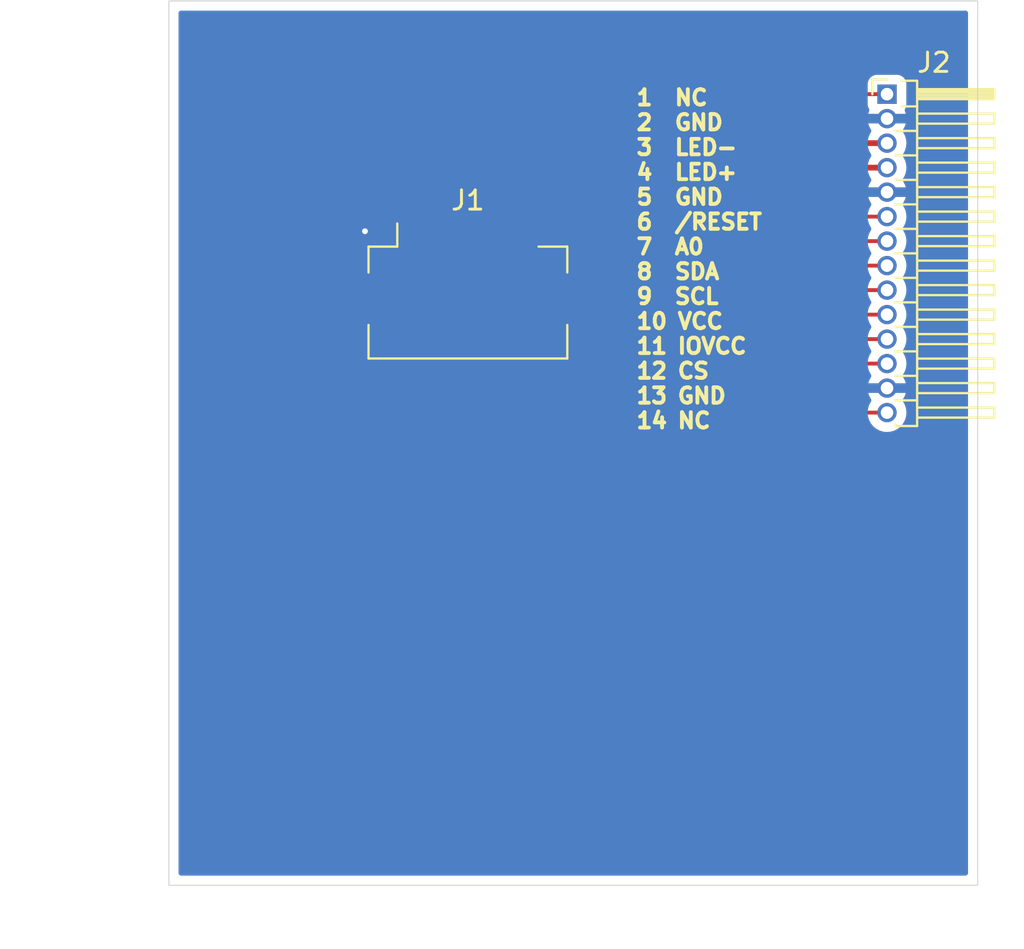
<source format=kicad_pcb>
(kicad_pcb (version 20240108) (generator "pcbnew") (generator_version "8.0")
  (layers (0 "F.Cu" signal) (31 "B.Cu" signal) (34 "B.Paste" user) (35 "F.Paste" user) (36 "B.SilkS" user "B.Silkscreen") (37 "F.SilkS" user "F.Silkscreen") (38 "B.Mask" user) (39 "F.Mask" user) (44 "Edge.Cuts" user))
  (net 0 "")
  (net 1 "/SDA")
  (net 2 "/GND")
  (net 3 "/SCL")
  (net 4 "/CS")
  (net 5 "/{slash}RES")
  (net 6 "/A0")
  (net 7 "/NC.")
  (net 8 "/NC")
  (net 9 "/VCC")
  (net 10 "/LED-")
  (net 11 "/LED+")
  (net 12 "/IOVCC")
  (footprint "Connector_FFC-FPC:Hirose_FH12-14S-0.5SH_1x14-1MP_P0.50mm_Horizontal" (layer "F.Cu") (at 142.494 74.996)
    (property "Reference" "J1" (at 0 -3.7 0) (layer "F.SilkS"))
    (property "Value" "Conn_01x14")
    (fp_line (start -5.15 -1.3) (end -5.15 0.04) (stroke (width 0.12)) (layer "F.SilkS"))
    (fp_line (start -5.15 2.76) (end -5.15 4.5) (stroke (width 0.12)) (layer "F.SilkS"))
    (fp_line (start -5.15 4.5) (end 5.15 4.5) (stroke (width 0.12)) (layer "F.SilkS"))
    (fp_line (start -3.66 -1.3) (end -5.15 -1.3) (stroke (width 0.12)) (layer "F.SilkS"))
    (fp_line (start -3.66 -1.3) (end -3.66 -2.5) (stroke (width 0.12)) (layer "F.SilkS"))
    (fp_line (start 3.66 -1.3) (end 5.15 -1.3) (stroke (width 0.12)) (layer "F.SilkS"))
    (fp_line (start 5.15 -1.3) (end 5.15 0.04) (stroke (width 0.12)) (layer "F.SilkS"))
    (fp_line (start 5.15 4.5) (end 5.15 2.76) (stroke (width 0.12)) (layer "F.SilkS"))
    (pad "1" smd rect (at -3.25 -1.85) (size 0.3 1.3) (layers "F.Cu" "F.Paste" "F.Mask") (net 8 "/NC"))
    (pad "2" smd rect (at -2.75 -1.85) (size 0.3 1.3) (layers "F.Cu" "F.Paste" "F.Mask") (net 2 "/GND"))
    (pad "3" smd rect (at -2.25 -1.85) (size 0.3 1.3) (layers "F.Cu" "F.Paste" "F.Mask") (net 10 "/LED-"))
    (pad "4" smd rect (at -1.75 -1.85) (size 0.3 1.3) (layers "F.Cu" "F.Paste" "F.Mask") (net 11 "/LED+"))
    (pad "5" smd rect (at -1.25 -1.85) (size 0.3 1.3) (layers "F.Cu" "F.Paste" "F.Mask") (net 2 "/GND"))
    (pad "6" smd rect (at -0.75 -1.85) (size 0.3 1.3) (layers "F.Cu" "F.Paste" "F.Mask") (net 5 "/{slash}RES"))
    (pad "7" smd rect (at -0.25 -1.85) (size 0.3 1.3) (layers "F.Cu" "F.Paste" "F.Mask") (net 6 "/A0"))
    (pad "8" smd rect (at 0.25 -1.85) (size 0.3 1.3) (layers "F.Cu" "F.Paste" "F.Mask") (net 1 "/SDA"))
    (pad "9" smd rect (at 0.75 -1.85) (size 0.3 1.3) (layers "F.Cu" "F.Paste" "F.Mask") (net 3 "/SCL"))
    (pad "10" smd rect (at 1.25 -1.85) (size 0.3 1.3) (layers "F.Cu" "F.Paste" "F.Mask") (net 9 "/VCC"))
    (pad "11" smd rect (at 1.75 -1.85) (size 0.3 1.3) (layers "F.Cu" "F.Paste" "F.Mask") (net 12 "/IOVCC"))
    (pad "12" smd rect (at 2.25 -1.85) (size 0.3 1.3) (layers "F.Cu" "F.Paste" "F.Mask") (net 4 "/CS"))
    (pad "13" smd rect (at 2.75 -1.85) (size 0.3 1.3) (layers "F.Cu" "F.Paste" "F.Mask") (net 2 "/GND"))
    (pad "14" smd rect (at 3.25 -1.85) (size 0.3 1.3) (layers "F.Cu" "F.Paste" "F.Mask") (net 7 "/NC."))
    (pad "MP" smd rect (at -5.15 1.4) (size 1.8 2.2) (layers "F.Cu" "F.Paste" "F.Mask"))
    (pad "MP" smd rect (at 5.15 1.4) (size 1.8 2.2) (layers "F.Cu" "F.Paste" "F.Mask"))
  )
  (footprint "Connector_PinHeader_1.27mm:PinHeader_1x14_P1.27mm_Horizontal" (layer "F.Cu") (at 164.211 65.791)
    (property "Reference" "J2" (at 2.4325 -1.635 0) (layer "F.SilkS"))
    (property "Value" "Conn_01x14")
    (fp_line (start -0.76 -0.76) (end 0 -0.76) (stroke (width 0.12)) (layer "F.SilkS"))
    (fp_line (start -0.76 0) (end -0.76 -0.76) (stroke (width 0.12)) (layer "F.SilkS"))
    (fp_line (start 0.44 1.889677) (end 0.44 1.920323) (stroke (width 0.12)) (layer "F.SilkS"))
    (fp_line (start 0.44 1.905) (end 1.56 1.905) (stroke (width 0.12)) (layer "F.SilkS"))
    (fp_line (start 0.44 3.159677) (end 0.44 3.190323) (stroke (width 0.12)) (layer "F.SilkS"))
    (fp_line (start 0.44 3.175) (end 1.56 3.175) (stroke (width 0.12)) (layer "F.SilkS"))
    (fp_line (start 0.44 4.429677) (end 0.44 4.460323) (stroke (width 0.12)) (layer "F.SilkS"))
    (fp_line (start 0.44 4.445) (end 1.56 4.445) (stroke (width 0.12)) (layer "F.SilkS"))
    (fp_line (start 0.44 5.699677) (end 0.44 5.730323) (stroke (width 0.12)) (layer "F.SilkS"))
    (fp_line (start 0.44 5.715) (end 1.56 5.715) (stroke (width 0.12)) (layer "F.SilkS"))
    (fp_line (start 0.44 6.969677) (end 0.44 7.000323) (stroke (width 0.12)) (layer "F.SilkS"))
    (fp_line (start 0.44 6.985) (end 1.56 6.985) (stroke (width 0.12)) (layer "F.SilkS"))
    (fp_line (start 0.44 8.239677) (end 0.44 8.270323) (stroke (width 0.12)) (layer "F.SilkS"))
    (fp_line (start 0.44 8.255) (end 1.56 8.255) (stroke (width 0.12)) (layer "F.SilkS"))
    (fp_line (start 0.44 9.509677) (end 0.44 9.540323) (stroke (width 0.12)) (layer "F.SilkS"))
    (fp_line (start 0.44 9.525) (end 1.56 9.525) (stroke (width 0.12)) (layer "F.SilkS"))
    (fp_line (start 0.44 10.779677) (end 0.44 10.810323) (stroke (width 0.12)) (layer "F.SilkS"))
    (fp_line (start 0.44 10.795) (end 1.56 10.795) (stroke (width 0.12)) (layer "F.SilkS"))
    (fp_line (start 0.44 12.049677) (end 0.44 12.080323) (stroke (width 0.12)) (layer "F.SilkS"))
    (fp_line (start 0.44 12.065) (end 1.56 12.065) (stroke (width 0.12)) (layer "F.SilkS"))
    (fp_line (start 0.44 13.319677) (end 0.44 13.350323) (stroke (width 0.12)) (layer "F.SilkS"))
    (fp_line (start 0.44 13.335) (end 1.56 13.335) (stroke (width 0.12)) (layer "F.SilkS"))
    (fp_line (start 0.44 14.589677) (end 0.44 14.620323) (stroke (width 0.12)) (layer "F.SilkS"))
    (fp_line (start 0.44 14.605) (end 1.56 14.605) (stroke (width 0.12)) (layer "F.SilkS"))
    (fp_line (start 0.44 15.859677) (end 0.44 15.890323) (stroke (width 0.12)) (layer "F.SilkS"))
    (fp_line (start 0.44 15.875) (end 1.56 15.875) (stroke (width 0.12)) (layer "F.SilkS"))
    (fp_line (start 0.44 17.205) (end 0.44 17.129677) (stroke (width 0.12)) (layer "F.SilkS"))
    (fp_line (start 0.76 -0.695) (end 1.56 -0.695) (stroke (width 0.12)) (layer "F.SilkS"))
    (fp_line (start 0.76 0.635) (end 1.56 0.635) (stroke (width 0.12)) (layer "F.SilkS"))
    (fp_line (start 1.56 -0.695) (end 1.56 17.205) (stroke (width 0.12)) (layer "F.SilkS"))
    (fp_line (start 1.56 -0.26) (end 5.56 -0.26) (stroke (width 0.12)) (layer "F.SilkS"))
    (fp_line (start 1.56 -0.2) (end 5.56 -0.2) (stroke (width 0.12)) (layer "F.SilkS"))
    (fp_line (start 1.56 -0.08) (end 5.56 -0.08) (stroke (width 0.12)) (layer "F.SilkS"))
    (fp_line (start 1.56 0.04) (end 5.56 0.04) (stroke (width 0.12)) (layer "F.SilkS"))
    (fp_line (start 1.56 0.16) (end 5.56 0.16) (stroke (width 0.12)) (layer "F.SilkS"))
    (fp_line (start 1.56 1.01) (end 5.56 1.01) (stroke (width 0.12)) (layer "F.SilkS"))
    (fp_line (start 1.56 2.28) (end 5.56 2.28) (stroke (width 0.12)) (layer "F.SilkS"))
    (fp_line (start 1.56 3.55) (end 5.56 3.55) (stroke (width 0.12)) (layer "F.SilkS"))
    (fp_line (start 1.56 4.82) (end 5.56 4.82) (stroke (width 0.12)) (layer "F.SilkS"))
    (fp_line (start 1.56 6.09) (end 5.56 6.09) (stroke (width 0.12)) (layer "F.SilkS"))
    (fp_line (start 1.56 7.36) (end 5.56 7.36) (stroke (width 0.12)) (layer "F.SilkS"))
    (fp_line (start 1.56 8.63) (end 5.56 8.63) (stroke (width 0.12)) (layer "F.SilkS"))
    (fp_line (start 1.56 9.9) (end 5.56 9.9) (stroke (width 0.12)) (layer "F.SilkS"))
    (fp_line (start 1.56 11.17) (end 5.56 11.17) (stroke (width 0.12)) (layer "F.SilkS"))
    (fp_line (start 1.56 12.44) (end 5.56 12.44) (stroke (width 0.12)) (layer "F.SilkS"))
    (fp_line (start 1.56 13.71) (end 5.56 13.71) (stroke (width 0.12)) (layer "F.SilkS"))
    (fp_line (start 1.56 14.98) (end 5.56 14.98) (stroke (width 0.12)) (layer "F.SilkS"))
    (fp_line (start 1.56 16.25) (end 5.56 16.25) (stroke (width 0.12)) (layer "F.SilkS"))
    (fp_line (start 1.56 17.205) (end 0.44 17.205) (stroke (width 0.12)) (layer "F.SilkS"))
    (fp_line (start 5.56 -0.26) (end 5.56 0.26) (stroke (width 0.12)) (layer "F.SilkS"))
    (fp_line (start 5.56 0.26) (end 1.56 0.26) (stroke (width 0.12)) (layer "F.SilkS"))
    (fp_line (start 5.56 1.01) (end 5.56 1.53) (stroke (width 0.12)) (layer "F.SilkS"))
    (fp_line (start 5.56 1.53) (end 1.56 1.53) (stroke (width 0.12)) (layer "F.SilkS"))
    (fp_line (start 5.56 2.28) (end 5.56 2.8) (stroke (width 0.12)) (layer "F.SilkS"))
    (fp_line (start 5.56 2.8) (end 1.56 2.8) (stroke (width 0.12)) (layer "F.SilkS"))
    (fp_line (start 5.56 3.55) (end 5.56 4.07) (stroke (width 0.12)) (layer "F.SilkS"))
    (fp_line (start 5.56 4.07) (end 1.56 4.07) (stroke (width 0.12)) (layer "F.SilkS"))
    (fp_line (start 5.56 4.82) (end 5.56 5.34) (stroke (width 0.12)) (layer "F.SilkS"))
    (fp_line (start 5.56 5.34) (end 1.56 5.34) (stroke (width 0.12)) (layer "F.SilkS"))
    (fp_line (start 5.56 6.09) (end 5.56 6.61) (stroke (width 0.12)) (layer "F.SilkS"))
    (fp_line (start 5.56 6.61) (end 1.56 6.61) (stroke (width 0.12)) (layer "F.SilkS"))
    (fp_line (start 5.56 7.36) (end 5.56 7.88) (stroke (width 0.12)) (layer "F.SilkS"))
    (fp_line (start 5.56 7.88) (end 1.56 7.88) (stroke (width 0.12)) (layer "F.SilkS"))
    (fp_line (start 5.56 8.63) (end 5.56 9.15) (stroke (width 0.12)) (layer "F.SilkS"))
    (fp_line (start 5.56 9.15) (end 1.56 9.15) (stroke (width 0.12)) (layer "F.SilkS"))
    (fp_line (start 5.56 9.9) (end 5.56 10.42) (stroke (width 0.12)) (layer "F.SilkS"))
    (fp_line (start 5.56 10.42) (end 1.56 10.42) (stroke (width 0.12)) (layer "F.SilkS"))
    (fp_line (start 5.56 11.17) (end 5.56 11.69) (stroke (width 0.12)) (layer "F.SilkS"))
    (fp_line (start 5.56 11.69) (end 1.56 11.69) (stroke (width 0.12)) (layer "F.SilkS"))
    (fp_line (start 5.56 12.44) (end 5.56 12.96) (stroke (width 0.12)) (layer "F.SilkS"))
    (fp_line (start 5.56 12.96) (end 1.56 12.96) (stroke (width 0.12)) (layer "F.SilkS"))
    (fp_line (start 5.56 13.71) (end 5.56 14.23) (stroke (width 0.12)) (layer "F.SilkS"))
    (fp_line (start 5.56 14.23) (end 1.56 14.23) (stroke (width 0.12)) (layer "F.SilkS"))
    (fp_line (start 5.56 14.98) (end 5.56 15.5) (stroke (width 0.12)) (layer "F.SilkS"))
    (fp_line (start 5.56 15.5) (end 1.56 15.5) (stroke (width 0.12)) (layer "F.SilkS"))
    (fp_line (start 5.56 16.25) (end 5.56 16.77) (stroke (width 0.12)) (layer "F.SilkS"))
    (fp_line (start 5.56 16.77) (end 1.56 16.77) (stroke (width 0.12)) (layer "F.SilkS"))
    (pad "1" thru_hole rect (at 0 0) (size 1 1) (drill 0.65) (layers "*.Cu" "*.Mask") (net 8 "/NC"))
    (pad "2" thru_hole oval (at 0 1.27) (size 1 1) (drill 0.65) (layers "*.Cu" "*.Mask") (net 2 "/GND"))
    (pad "3" thru_hole oval (at 0 2.54) (size 1 1) (drill 0.65) (layers "*.Cu" "*.Mask") (net 10 "/LED-"))
    (pad "4" thru_hole oval (at 0 3.81) (size 1 1) (drill 0.65) (layers "*.Cu" "*.Mask") (net 11 "/LED+"))
    (pad "5" thru_hole oval (at 0 5.08) (size 1 1) (drill 0.65) (layers "*.Cu" "*.Mask") (net 2 "/GND"))
    (pad "6" thru_hole oval (at 0 6.35) (size 1 1) (drill 0.65) (layers "*.Cu" "*.Mask") (net 5 "/{slash}RES"))
    (pad "7" thru_hole oval (at 0 7.62) (size 1 1) (drill 0.65) (layers "*.Cu" "*.Mask") (net 6 "/A0"))
    (pad "8" thru_hole oval (at 0 8.89) (size 1 1) (drill 0.65) (layers "*.Cu" "*.Mask") (net 1 "/SDA"))
    (pad "9" thru_hole oval (at 0 10.16) (size 1 1) (drill 0.65) (layers "*.Cu" "*.Mask") (net 3 "/SCL"))
    (pad "10" thru_hole oval (at 0 11.43) (size 1 1) (drill 0.65) (layers "*.Cu" "*.Mask") (net 9 "/VCC"))
    (pad "11" thru_hole oval (at 0 12.7) (size 1 1) (drill 0.65) (layers "*.Cu" "*.Mask") (net 12 "/IOVCC"))
    (pad "12" thru_hole oval (at 0 13.97) (size 1 1) (drill 0.65) (layers "*.Cu" "*.Mask") (net 4 "/CS"))
    (pad "13" thru_hole oval (at 0 15.24) (size 1 1) (drill 0.65) (layers "*.Cu" "*.Mask") (net 2 "/GND"))
    (pad "14" thru_hole oval (at 0 16.51) (size 1 1) (drill 0.65) (layers "*.Cu" "*.Mask") (net 7 "/NC."))
  )
  (gr_rect (start 127 60.96) (end 168.91 106.807) (stroke (width 0.05)) (fill none) (layer "Edge.Cuts"))
  (gr_text "1  NC\n2  GND\n3  LED-\n4  LED+\n5  GND\n6  /RESET\n7  A0\n8  SDA\n9  SCL\n10 VCC\n11 IOVCC\n12 CS\n13 GND\n14 NC" (at 151.13 83.185 0) (layer "F.SilkS") (effects (font (size 0.8 0.8) (thickness 0.2) (bold yes)) (justify left bottom)))
  (segment (start 164.211 74.681) (end 156.723 74.681) (width 0.2) (layer "F.Cu") (net 1))
  (segment (start 151.384 69.342) (end 144.826058 69.342) (width 0.2) (layer "F.Cu") (net 1))
  (segment (start 156.723 74.681) (end 151.384 69.342) (width 0.2) (layer "F.Cu") (net 1))
  (segment (start 144.826058 69.342) (end 142.744 71.424058) (width 0.2) (layer "F.Cu") (net 1))
  (segment (start 142.744 71.424058) (end 142.744 73.146) (width 0.2) (layer "F.Cu") (net 1))
  (segment (start 141.244 74.315) (end 141.351 74.422) (width 0.2) (layer "F.Cu") (net 2))
  (segment (start 139.7 74.422) (end 138.684 74.422) (width 0.3) (layer "F.Cu") (net 2))
  (segment (start 139.7 74.422) (end 141.351 74.422) (width 0.3) (layer "F.Cu") (net 2))
  (segment (start 141.351 74.422) (end 145.034 74.422) (width 0.3) (layer "F.Cu") (net 2))
  (segment (start 164.211 70.871) (end 155.199 70.871) (width 0.2) (layer "F.Cu") (net 2))
  (segment (start 159.136 81.031) (end 149.987 71.882) (width 0.3) (layer "F.Cu") (net 2))
  (segment (start 155.199 70.871) (end 152.146 67.818) (width 0.2) (layer "F.Cu") (net 2))
  (segment (start 144.653 67.818) (end 141.244 71.227) (width 0.2) (layer "F.Cu") (net 2))
  (segment (start 145.244 72.146) (end 145.244 73.146) (width 0.3) (layer "F.Cu") (net 2))
  (segment (start 149.987 71.882) (end 145.508 71.882) (width 0.3) (layer "F.Cu") (net 2))
  (segment (start 139.744 73.146) (end 139.744 74.378) (width 0.3) (layer "F.Cu") (net 2))
  (segment (start 139.744 74.378) (end 139.7 74.422) (width 0.3) (layer "F.Cu") (net 2))
  (segment (start 164.211 67.061) (end 153.620106 67.061) (width 0.3) (layer "F.Cu") (net 2))
  (segment (start 144.126392 66.294) (end 139.744 70.676392) (width 0.3) (layer "F.Cu") (net 2))
  (segment (start 145.244 74.212) (end 145.244 73.146) (width 0.3) (layer "F.Cu") (net 2))
  (segment (start 141.244 73.146) (end 141.244 74.315) (width 0.2) (layer "F.Cu") (net 2))
  (segment (start 152.853106 66.294) (end 144.126392 66.294) (width 0.3) (layer "F.Cu") (net 2))
  (segment (start 141.244 71.227) (end 141.244 73.146) (width 0.2) (layer "F.Cu") (net 2))
  (segment (start 138.684 74.422) (end 137.16 72.898) (width 0.3) (layer "F.Cu") (net 2))
  (segment (start 164.211 81.031) (end 159.136 81.031) (width 0.3) (layer "F.Cu") (net 2))
  (segment (start 153.620106 67.061) (end 152.853106 66.294) (width 0.3) (layer "F.Cu") (net 2))
  (segment (start 139.744 70.676392) (end 139.744 73.146) (width 0.3) (layer "F.Cu") (net 2))
  (segment (start 145.034 74.422) (end 145.244 74.212) (width 0.3) (layer "F.Cu") (net 2))
  (segment (start 152.146 67.818) (end 144.653 67.818) (width 0.2) (layer "F.Cu") (net 2))
  (segment (start 145.508 71.882) (end 145.244 72.146) (width 0.3) (layer "F.Cu") (net 2))
  (via (at 137.16 72.898) (size 0.6) (drill 0.3) (layers "F.Cu" "B.Cu") (net 2))
  (segment (start 143.244 71.513) (end 143.244 73.146) (width 0.2) (layer "F.Cu") (net 3))
  (segment (start 164.211 75.951) (end 157.358 75.951) (width 0.2) (layer "F.Cu") (net 3))
  (segment (start 144.907 69.85) (end 143.244 71.513) (width 0.2) (layer "F.Cu") (net 3))
  (segment (start 157.358 75.951) (end 151.257 69.85) (width 0.2) (layer "F.Cu") (net 3))
  (segment (start 151.257 69.85) (end 144.907 69.85) (width 0.2) (layer "F.Cu") (net 3))
  (segment (start 158.882 79.761) (end 150.495 71.374) (width 0.2) (layer "F.Cu") (net 4))
  (segment (start 164.211 79.761) (end 158.882 79.761) (width 0.2) (layer "F.Cu") (net 4))
  (segment (start 144.744 71.918) (end 144.744 73.146) (width 0.2) (layer "F.Cu") (net 4))
  (segment (start 145.288 71.374) (end 144.744 71.918) (width 0.2) (layer "F.Cu") (net 4))
  (segment (start 150.495 71.374) (end 145.288 71.374) (width 0.2) (layer "F.Cu") (net 4))
  (segment (start 144.710686 68.326) (end 141.744 71.292686) (width 0.2) (layer "F.Cu") (net 5))
  (segment (start 155.707 72.141) (end 151.892 68.326) (width 0.2) (layer "F.Cu") (net 5))
  (segment (start 164.211 72.141) (end 155.707 72.141) (width 0.2) (layer "F.Cu") (net 5))
  (segment (start 151.892 68.326) (end 144.710686 68.326) (width 0.2) (layer "F.Cu") (net 5))
  (segment (start 141.744 71.292686) (end 141.744 73.146) (width 0.2) (layer "F.Cu") (net 5))
  (segment (start 142.244 71.358372) (end 142.244 73.146) (width 0.2) (layer "F.Cu") (net 6))
  (segment (start 151.638 68.834) (end 144.768372 68.834) (width 0.2) (layer "F.Cu") (net 6))
  (segment (start 144.768372 68.834) (end 142.244 71.358372) (width 0.2) (layer "F.Cu") (net 6))
  (segment (start 164.211 73.411) (end 156.215 73.411) (width 0.2) (layer "F.Cu") (net 6))
  (segment (start 156.215 73.411) (end 151.638 68.834) (width 0.2) (layer "F.Cu") (net 6))
  (segment (start 145.744 73.146) (end 149.092 73.146) (width 0.2) (layer "F.Cu") (net 7))
  (segment (start 149.092 73.146) (end 158.247 82.301) (width 0.2) (layer "F.Cu") (net 7))
  (segment (start 158.247 82.301) (end 164.211 82.301) (width 0.2) (layer "F.Cu") (net 7))
  (segment (start 143.505 65.791) (end 139.244 70.052) (width 0.2) (layer "F.Cu") (net 8))
  (segment (start 139.244 70.052) (end 139.244 73.146) (width 0.2) (layer "F.Cu") (net 8))
  (segment (start 164.211 65.791) (end 143.505 65.791) (width 0.2) (layer "F.Cu") (net 8))
  (segment (start 145.034 70.358) (end 143.744 71.648) (width 0.2) (layer "F.Cu") (net 9))
  (segment (start 151.003 70.358) (end 145.034 70.358) (width 0.2) (layer "F.Cu") (net 9))
  (segment (start 164.211 77.221) (end 157.866 77.221) (width 0.2) (layer "F.Cu") (net 9))
  (segment (start 157.866 77.221) (end 151.003 70.358) (width 0.2) (layer "F.Cu") (net 9))
  (segment (start 143.744 71.648) (end 143.744 73.146) (width 0.2) (layer "F.Cu") (net 9))
  (segment (start 152.72 66.868) (end 144.259498 66.868) (width 0.3) (layer "F.Cu") (net 10))
  (segment (start 144.259498 66.868) (end 140.244 70.883498) (width 0.3) (layer "F.Cu") (net 10))
  (segment (start 164.211 68.331) (end 154.183 68.331) (width 0.3) (layer "F.Cu") (net 10))
  (segment (start 140.244 70.883498) (end 140.244 73.146) (width 0.3) (layer "F.Cu") (net 10))
  (segment (start 154.183 68.331) (end 152.72 66.868) (width 0.3) (layer "F.Cu") (net 10))
  (segment (start 140.744 71.090604) (end 140.744 73.146) (width 0.3) (layer "F.Cu") (net 11))
  (segment (start 164.211 69.601) (end 154.691 69.601) (width 0.3) (layer "F.Cu") (net 11))
  (segment (start 154.691 69.601) (end 152.458 67.368) (width 0.3) (layer "F.Cu") (net 11))
  (segment (start 144.466604 67.368) (end 140.744 71.090604) (width 0.3) (layer "F.Cu") (net 11))
  (segment (start 152.458 67.368) (end 144.466604 67.368) (width 0.3) (layer "F.Cu") (net 11))
  (segment (start 150.749 70.866) (end 145.161 70.866) (width 0.2) (layer "F.Cu") (net 12))
  (segment (start 144.244 71.783) (end 144.244 73.146) (width 0.2) (layer "F.Cu") (net 12))
  (segment (start 145.161 70.866) (end 144.244 71.783) (width 0.2) (layer "F.Cu") (net 12))
  (segment (start 164.211 78.491) (end 158.374 78.491) (width 0.2) (layer "F.Cu") (net 12))
  (segment (start 158.374 78.491) (end 150.749 70.866) (width 0.2) (layer "F.Cu") (net 12))
  (zone (net 2) (net_name "/GND") (layer "B.Cu") (connect_pads (clearance 0.5)) (min_thickness 0.25) (fill yes (thermal_gap 0.5) (thermal_bridge_width 0.5) (island_removal_mode 1) (island_area_min 10))
    (polygon (pts (xy 127.127 61.087) (xy 168.783 61.087) (xy 168.783 106.68) (xy 127.127 106.68)))
  )
)
</source>
